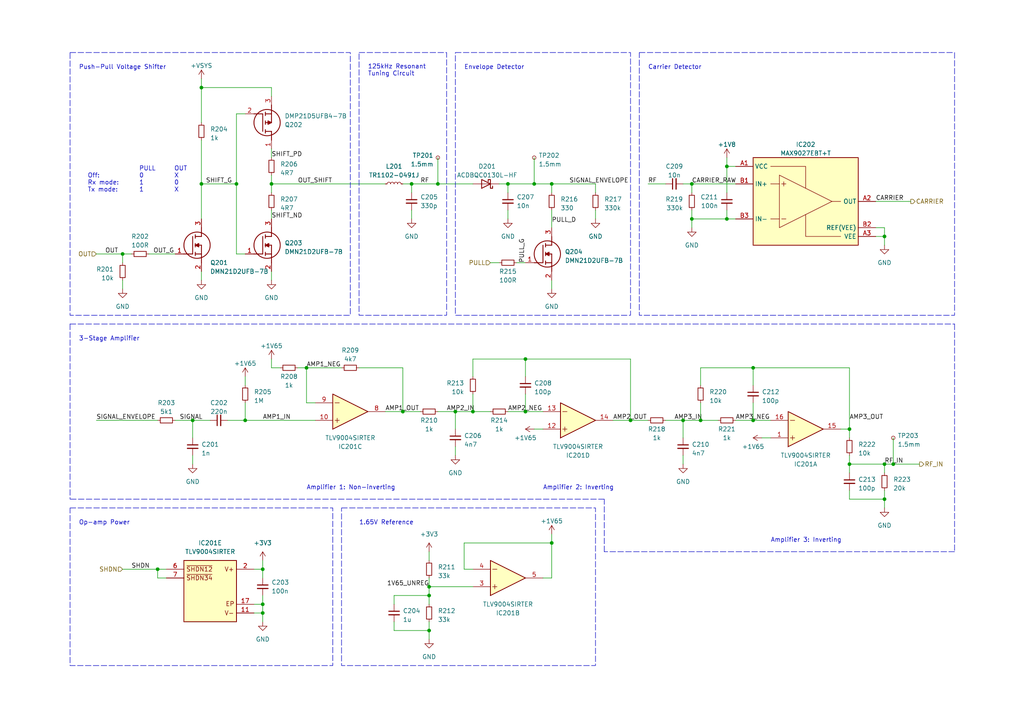
<source format=kicad_sch>
(kicad_sch (version 20230121) (generator eeschema)
  (paper "A4")
  (title_block (title "Watch RFID") (rev "2"))
  (lib_symbols
    (symbol "Connector:TestPoint_Small" (pin_numbers hide) (pin_names (offset 0.762) hide)
      (property "Reference" "TP" (at 0 3.81 0))
      (property "Value" "TestPoint_Small" (at 0 2.032 0))
      (symbol "TestPoint_Small_1_1"
        (pin passive line (at 0 0 90) (length 0) (name "1") (number "1"))
      )
    )
    (symbol "DMN21D2UFB-7B:DMN21D2UFB-7B" (pin_names hide)
      (property "Reference" "Q" (at 11.43 3.81 0))
      (property "Value" "DMN21D2UFB-7B" (at 11.43 1.27 0))
      (symbol "DMN21D2UFB-7B_1_1"
        (pin passive line (at 0 0 0) (length 2.54) (name "G") (number "1"))
        (pin passive line (at 7.62 -5.08 90) (length 2.54) (name "S") (number "2"))
        (pin passive line (at 7.62 10.16 270) (length 2.54) (name "D") (number "3"))
      )
    )
    (symbol "DMP21D5UFB4-7B:DMP21D5UFB4-7B" (pin_names hide)
      (property "Reference" "Q" (at 11.43 3.81 0))
      (property "Value" "DMP21D5UFB4-7B" (at 11.43 1.27 0))
      (symbol "DMP21D5UFB4-7B_1_1"
        (pin passive line (at 7.62 10.16 270) (length 2.54) (name "D") (number "1"))
        (pin passive line (at 0 0 0) (length 2.54) (name "G") (number "2"))
        (pin passive line (at 7.62 -5.08 90) (length 2.54) (name "S") (number "3"))
      )
    )
    (symbol "Device:C_Small" (pin_numbers hide) (pin_names (offset 0.254) hide)
      (property "Reference" "C" (at 0.254 1.778 0))
      (property "Value" "C_Small" (at 0.254 -2.032 0))
      (symbol "C_Small_1_1"
        (pin passive line (at 0 2.54 270) (length 2.032) (name "~") (number "1"))
        (pin passive line (at 0 -2.54 90) (length 2.032) (name "~") (number "2"))
      )
    )
    (symbol "Device:R_Small" (pin_numbers hide) (pin_names (offset 0.254) hide)
      (property "Reference" "R" (at 0.762 0.508 0))
      (property "Value" "R_Small" (at 0.762 -1.016 0))
      (symbol "R_Small_1_1"
        (pin passive line (at 0 2.54 270) (length 0.762) (name "~") (number "1"))
        (pin passive line (at 0 -2.54 90) (length 0.762) (name "~") (number "2"))
      )
    )
    (symbol "MAX9027EBT+T:MAX9027EBT+T"
      (property "Reference" "IC" (at 0 17.78 0))
      (property "Value" "MAX9027EBT+T" (at 0 15.24 0))
      (symbol "MAX9027EBT+T_1_1"
        (pin passive line (at -20.32 10.16 0) (length 5.08) (name "VCC") (number "A1"))
        (pin passive line (at 20.32 0 180) (length 5.08) (name "OUT") (number "A2"))
        (pin passive line (at 20.32 -10.16 180) (length 5.08) (name "VEE") (number "A3"))
        (pin passive line (at -20.32 5.08 0) (length 5.08) (name "IN+") (number "B1"))
        (pin passive line (at 20.32 -7.62 180) (length 5.08) (name "REF(VEE)") (number "B2"))
        (pin passive line (at -20.32 -5.08 0) (length 5.08) (name "IN-") (number "B3"))
      )
    )
    (symbol "TLV9004SIRTER:TLV9004SIRTER" (pin_names hide)
      (property "Reference" "IC" (at 0 10.16 0))
      (property "Value" "TLV9004SIRTER" (at 0 7.62 0))
      (symbol "TLV9004SIRTER_1_1"
        (pin passive line (at -10.16 2.54 0) (length 5.08) (name "IN1+") (number "1"))
        (pin passive line (at 10.16 0 180) (length 5.08) (name "OUT1") (number "15"))
        (pin passive line (at -10.16 -2.54 0) (length 5.08) (name "IN1-") (number "16"))
      )
      (symbol "TLV9004SIRTER_2_1"
        (pin passive line (at -10.16 2.54 0) (length 5.08) (name "IN2+") (number "3"))
        (pin passive line (at -10.16 -2.54 0) (length 5.08) (name "IN2-") (number "4"))
        (pin passive line (at 10.16 0 180) (length 5.08) (name "OUT2") (number "5"))
      )
      (symbol "TLV9004SIRTER_3_1"
        (pin passive line (at -10.16 2.54 0) (length 5.08) (name "IN3+") (number "10"))
        (pin passive line (at 10.16 0 180) (length 5.08) (name "OUT3") (number "8"))
        (pin passive line (at -10.16 -2.54 0) (length 5.08) (name "IN3-") (number "9"))
      )
      (symbol "TLV9004SIRTER_4_1"
        (pin passive line (at -10.16 2.54 0) (length 5.08) (name "IN4+") (number "12"))
        (pin passive line (at -10.16 -2.54 0) (length 5.08) (name "IN4-") (number "13"))
        (pin passive line (at 10.16 0 180) (length 5.08) (name "OUT4") (number "14"))
      )
      (symbol "TLV9004SIRTER_5_1"
        (text "EP" (at 7.073 -7.5004 0) (effects (font (size 1.27 1.27)) (justify right)))
        (text "V+" (at 6.985 2.54 0) (effects (font (size 1.27 1.27)) (justify right)))
        (text "V-" (at 6.985 -10.16 0) (effects (font (size 1.27 1.27)) (justify right)))
        (text "~{SHDN12}" (at -6.985 2.54 0) (effects (font (size 1.27 1.27)) (justify left)))
        (text "~{SHDN34}" (at -6.985 0 0) (effects (font (size 1.27 1.27)) (justify left)))
        (pin passive line (at 12.7 -10.16 180) (length 5.08) (name "V-") (number "11"))
        (pin passive line (at 12.7 -7.62 180) (length 5.08) (name "EP") (number "17"))
        (pin passive line (at 12.7 2.54 180) (length 5.08) (name "V+") (number "2"))
        (pin passive line (at -12.7 2.54 0) (length 5.08) (name "~{SHDN12}") (number "6"))
        (pin passive line (at -12.7 0 0) (length 5.08) (name "~{SHDN34}") (number "7"))
      )
    )
    (symbol "power:+1V8" (power) (pin_names (offset 0))
      (property "Value" "+1V8" (at 0 3.556 0))
      (symbol "+1V8_1_1"
        (pin power_in line (at 0 0 90) (length 0) hide (name "+1V8") (number "1"))
      )
    )
    (symbol "power:+3V3" (power) (pin_names (offset 0))
      (property "Value" "+3V3" (at 0 3.556 0))
      (symbol "+3V3_1_1"
        (pin power_in line (at 0 0 90) (length 0) hide (name "+3V3") (number "1"))
      )
    )
    (symbol "power:GND" (power) (pin_names (offset 0))
      (property "Value" "GND" (at 0 -3.81 0))
      (symbol "GND_1_1"
        (pin power_in line (at 0 0 270) (length 0) hide (name "GND") (number "1"))
      )
    )
    (symbol "watch_symbols_lib:+1V65" (power) (pin_names (offset 0))
      (property "Value" "+1V65" (at 0 3.556 0))
      (symbol "+1V65_1_1"
        (pin power_in line (at 0 0 90) (length 0) hide (name "+1V65") (number "1"))
      )
    )
    (symbol "watch_symbols_lib:+VSYS" (power) (pin_names (offset 0))
      (property "Value" "+VSYS" (at 0 3.556 0))
      (symbol "+VSYS_1_1"
        (pin power_in line (at 0 0 90) (length 0) hide (name "+VSYS") (number "1"))
      )
    )
    (symbol "watch_symbols_lib:ACDBQC0130L-HF" (pin_numbers hide) (pin_names (offset 1.016) hide)
      (property "Reference" "D" (at 0 2.54 0))
      (property "Value" "ACDBQC0130L-HF" (at 0 -2.54 0))
      (symbol "ACDBQC0130L-HF_1_1"
        (pin passive line (at -3.81 0 0) (length 2.54) (name "K") (number "1"))
        (pin passive line (at 3.81 0 180) (length 2.54) (name "A") (number "2"))
      )
    )
    (symbol "watch_symbols_lib:TR1102-0491J" (pin_numbers hide) (pin_names (offset 0.254) hide)
      (property "Reference" "L" (at 0.762 1.016 0))
      (property "Value" "TR1102-0491J" (at 0.762 -1.016 0))
      (symbol "TR1102-0491J_1_1"
        (pin passive line (at 0 2.54 270) (length 0.508) (name "~") (number "1"))
        (pin passive line (at 0 -2.54 90) (length 0.508) (name "~") (number "2"))
      )
    )
  )
  (junction (at 246.38 134.62))
  (junction (at 160.02 157.48))
  (junction (at 256.54 134.62))
  (junction (at 35.56 73.66))
  (junction (at 246.38 124.46))
  (junction (at 152.4 119.38))
  (junction (at 124.46 170.18))
  (junction (at 210.82 63.5))
  (junction (at 147.32 53.34))
  (junction (at 78.74 53.34))
  (junction (at 58.42 53.34))
  (junction (at 137.16 119.38))
  (junction (at 152.4 104.14))
  (junction (at 116.84 119.38))
  (junction (at 88.9 106.68))
  (junction (at 182.88 121.92))
  (junction (at 127 53.34))
  (junction (at 200.66 63.5))
  (junction (at 256.54 144.78))
  (junction (at 119.38 53.34))
  (junction (at 124.46 182.88))
  (junction (at 124.46 172.72))
  (junction (at 76.2 177.8))
  (junction (at 160.02 53.34))
  (junction (at 203.2 121.92))
  (junction (at 198.12 121.92))
  (junction (at 256.54 68.58))
  (junction (at 76.2 175.26))
  (junction (at 210.82 48.26))
  (junction (at 218.44 121.92))
  (junction (at 218.44 106.68))
  (junction (at 68.58 53.34))
  (junction (at 71.12 121.92))
  (junction (at 45.72 165.1))
  (junction (at 58.42 25.4))
  (junction (at 132.08 119.38))
  (junction (at 200.66 53.34))
  (junction (at 154.94 53.34))
  (junction (at 76.2 165.1))
  (junction (at 55.88 121.92))
  (junction (at 259.08 134.62))
  (wire (pts (xy 76.2 165.1) (xy 76.2 167.64)))
  (wire (pts (xy 119.38 63.5) (xy 119.38 60.96)))
  (wire (pts (xy 182.88 121.92) (xy 187.96 121.92)))
  (wire (pts (xy 142.24 76.2) (xy 144.78 76.2)))
  (wire (pts (xy 78.74 43.18) (xy 78.74 45.72)))
  (wire (pts (xy 58.42 53.34) (xy 58.42 63.5)))
  (wire (pts (xy 147.32 63.5) (xy 147.32 60.96)))
  (wire (pts (xy 119.38 53.34) (xy 127 53.34)))
  (wire (pts (xy 152.4 104.14) (xy 182.88 104.14)))
  (wire (pts (xy 43.18 73.66) (xy 50.8 73.66)))
  (wire (pts (xy 172.72 63.5) (xy 172.72 60.96)))
  (wire (pts (xy 116.84 119.38) (xy 121.92 119.38)))
  (wire (pts (xy 35.56 73.66) (xy 38.1 73.66)))
  (wire (pts (xy 137.16 165.1) (xy 134.62 165.1)))
  (wire (pts (xy 259.08 127) (xy 259.08 134.62)))
  (wire (pts (xy 254 66.04) (xy 256.54 66.04)))
  (wire (pts (xy 256.54 134.62) (xy 259.08 134.62)))
  (wire (pts (xy 218.44 106.68) (xy 246.38 106.68)))
  (wire (pts (xy 154.94 45.72) (xy 154.94 53.34)))
  (wire (pts (xy 200.66 63.5) (xy 210.82 63.5)))
  (wire (pts (xy 88.9 106.68) (xy 88.9 116.84)))
  (wire (pts (xy 71.12 121.92) (xy 91.44 121.92)))
  (wire (pts (xy 111.76 119.38) (xy 116.84 119.38)))
  (wire (pts (xy 147.32 53.34) (xy 147.32 55.88)))
  (wire (pts (xy 66.04 121.92) (xy 71.12 121.92)))
  (wire (pts (xy 160.02 55.88) (xy 160.02 53.34)))
  (wire (pts (xy 154.94 124.46) (xy 157.48 124.46)))
  (polyline (pts (xy 276.86 93.98) (xy 276.86 160.02)) (stroke (width 0) (type dash)))
  (wire (pts (xy 124.46 167.64) (xy 124.46 170.18)))
  (polyline (pts (xy 276.86 160.02) (xy 175.26 160.02)) (stroke (width 0) (type dash)))
  (wire (pts (xy 256.54 134.62) (xy 246.38 134.62)))
  (wire (pts (xy 48.26 167.64) (xy 45.72 167.64)))
  (wire (pts (xy 78.74 50.8) (xy 78.74 53.34)))
  (wire (pts (xy 134.62 165.1) (xy 134.62 157.48)))
  (wire (pts (xy 160.02 83.82) (xy 160.02 81.28)))
  (wire (pts (xy 154.94 53.34) (xy 160.02 53.34)))
  (wire (pts (xy 58.42 22.86) (xy 58.42 25.4)))
  (wire (pts (xy 76.2 175.26) (xy 76.2 177.8)))
  (wire (pts (xy 58.42 53.34) (xy 68.58 53.34)))
  (wire (pts (xy 256.54 144.78) (xy 256.54 142.24)))
  (wire (pts (xy 124.46 172.72) (xy 124.46 175.26)))
  (wire (pts (xy 55.88 121.92) (xy 60.96 121.92)))
  (wire (pts (xy 114.3 172.72) (xy 124.46 172.72)))
  (wire (pts (xy 152.4 119.38) (xy 157.48 119.38)))
  (wire (pts (xy 210.82 60.96) (xy 210.82 63.5)))
  (wire (pts (xy 177.8 121.92) (xy 182.88 121.92)))
  (wire (pts (xy 104.14 106.68) (xy 116.84 106.68)))
  (wire (pts (xy 55.88 132.08) (xy 55.88 134.62)))
  (wire (pts (xy 210.82 63.5) (xy 213.36 63.5)))
  (wire (pts (xy 76.2 172.72) (xy 76.2 175.26)))
  (wire (pts (xy 256.54 71.12) (xy 256.54 68.58)))
  (wire (pts (xy 157.48 167.64) (xy 160.02 167.64)))
  (wire (pts (xy 152.4 104.14) (xy 152.4 109.22)))
  (wire (pts (xy 137.16 119.38) (xy 137.16 114.3)))
  (wire (pts (xy 203.2 111.76) (xy 203.2 106.68)))
  (wire (pts (xy 142.24 119.38) (xy 137.16 119.38)))
  (wire (pts (xy 147.32 119.38) (xy 152.4 119.38)))
  (wire (pts (xy 116.84 119.38) (xy 116.84 106.68)))
  (wire (pts (xy 58.42 81.28) (xy 58.42 78.74)))
  (wire (pts (xy 198.12 53.34) (xy 200.66 53.34)))
  (wire (pts (xy 58.42 25.4) (xy 58.42 35.56)))
  (wire (pts (xy 27.94 121.92) (xy 45.72 121.92)))
  (wire (pts (xy 76.2 165.1) (xy 73.66 165.1)))
  (wire (pts (xy 114.3 175.26) (xy 114.3 172.72)))
  (wire (pts (xy 220.98 127) (xy 223.52 127)))
  (wire (pts (xy 198.12 132.08) (xy 198.12 134.62)))
  (wire (pts (xy 160.02 157.48) (xy 160.02 167.64)))
  (wire (pts (xy 154.94 53.34) (xy 147.32 53.34)))
  (wire (pts (xy 160.02 53.34) (xy 172.72 53.34)))
  (wire (pts (xy 27.94 73.66) (xy 35.56 73.66)))
  (wire (pts (xy 35.56 83.82) (xy 35.56 81.28)))
  (wire (pts (xy 76.2 162.56) (xy 76.2 165.1)))
  (wire (pts (xy 210.82 45.72) (xy 210.82 48.26)))
  (wire (pts (xy 124.46 170.18) (xy 124.46 172.72)))
  (wire (pts (xy 127 119.38) (xy 132.08 119.38)))
  (wire (pts (xy 124.46 180.34) (xy 124.46 182.88)))
  (wire (pts (xy 127 53.34) (xy 137.16 53.34)))
  (wire (pts (xy 246.38 132.08) (xy 246.38 134.62)))
  (wire (pts (xy 71.12 109.22) (xy 71.12 111.76)))
  (wire (pts (xy 35.56 76.2) (xy 35.56 73.66)))
  (wire (pts (xy 160.02 154.94) (xy 160.02 157.48)))
  (wire (pts (xy 73.66 175.26) (xy 76.2 175.26)))
  (wire (pts (xy 203.2 121.92) (xy 203.2 116.84)))
  (wire (pts (xy 78.74 104.14) (xy 78.74 106.68)))
  (polyline (pts (xy 175.26 160.02) (xy 175.26 144.78)) (stroke (width 0) (type dash)))
  (wire (pts (xy 132.08 129.54) (xy 132.08 132.08)))
  (wire (pts (xy 50.8 121.92) (xy 55.88 121.92)))
  (wire (pts (xy 78.74 106.68) (xy 81.28 106.68)))
  (wire (pts (xy 149.86 76.2) (xy 152.4 76.2)))
  (wire (pts (xy 256.54 144.78) (xy 256.54 147.32)))
  (wire (pts (xy 246.38 144.78) (xy 256.54 144.78)))
  (polyline (pts (xy 20.32 93.98) (xy 276.86 93.98)) (stroke (width 0) (type dash)))
  (polyline (pts (xy 20.32 93.98) (xy 20.32 144.78)) (stroke (width 0) (type dash)))
  (wire (pts (xy 203.2 121.92) (xy 208.28 121.92)))
  (wire (pts (xy 213.36 121.92) (xy 218.44 121.92)))
  (wire (pts (xy 88.9 116.84) (xy 91.44 116.84)))
  (wire (pts (xy 114.3 180.34) (xy 114.3 182.88)))
  (wire (pts (xy 218.44 121.92) (xy 218.44 116.84)))
  (wire (pts (xy 71.12 73.66) (xy 68.58 73.66)))
  (wire (pts (xy 200.66 66.04) (xy 200.66 63.5)))
  (wire (pts (xy 137.16 104.14) (xy 152.4 104.14)))
  (wire (pts (xy 78.74 53.34) (xy 78.74 55.88)))
  (wire (pts (xy 116.84 53.34) (xy 119.38 53.34)))
  (wire (pts (xy 144.78 53.34) (xy 147.32 53.34)))
  (wire (pts (xy 182.88 104.14) (xy 182.88 121.92)))
  (wire (pts (xy 68.58 73.66) (xy 68.58 53.34)))
  (wire (pts (xy 124.46 182.88) (xy 124.46 185.42)))
  (wire (pts (xy 172.72 55.88) (xy 172.72 53.34)))
  (wire (pts (xy 114.3 182.88) (xy 124.46 182.88)))
  (wire (pts (xy 68.58 53.34) (xy 68.58 33.02)))
  (wire (pts (xy 152.4 119.38) (xy 152.4 114.3)))
  (wire (pts (xy 203.2 106.68) (xy 218.44 106.68)))
  (wire (pts (xy 127 45.72) (xy 127 53.34)))
  (wire (pts (xy 35.56 165.1) (xy 45.72 165.1)))
  (wire (pts (xy 256.54 68.58) (xy 254 68.58)))
  (wire (pts (xy 256.54 137.16) (xy 256.54 134.62)))
  (wire (pts (xy 124.46 170.18) (xy 137.16 170.18)))
  (wire (pts (xy 55.88 121.92) (xy 55.88 127)))
  (wire (pts (xy 134.62 157.48) (xy 160.02 157.48)))
  (wire (pts (xy 132.08 119.38) (xy 132.08 124.46)))
  (wire (pts (xy 86.36 106.68) (xy 88.9 106.68)))
  (wire (pts (xy 73.66 177.8) (xy 76.2 177.8)))
  (wire (pts (xy 246.38 106.68) (xy 246.38 124.46)))
  (wire (pts (xy 45.72 167.64) (xy 45.72 165.1)))
  (wire (pts (xy 187.96 53.34) (xy 193.04 53.34)))
  (wire (pts (xy 193.04 121.92) (xy 198.12 121.92)))
  (wire (pts (xy 58.42 40.64) (xy 58.42 53.34)))
  (wire (pts (xy 124.46 160.02) (xy 124.46 162.56)))
  (wire (pts (xy 200.66 55.88) (xy 200.66 53.34)))
  (wire (pts (xy 246.38 142.24) (xy 246.38 144.78)))
  (wire (pts (xy 78.74 81.28) (xy 78.74 78.74)))
  (wire (pts (xy 78.74 27.94) (xy 78.74 25.4)))
  (wire (pts (xy 78.74 60.96) (xy 78.74 63.5)))
  (wire (pts (xy 198.12 121.92) (xy 203.2 121.92)))
  (wire (pts (xy 78.74 53.34) (xy 111.76 53.34)))
  (wire (pts (xy 137.16 109.22) (xy 137.16 104.14)))
  (wire (pts (xy 200.66 60.96) (xy 200.66 63.5)))
  (wire (pts (xy 68.58 33.02) (xy 71.12 33.02)))
  (wire (pts (xy 246.38 134.62) (xy 246.38 137.16)))
  (wire (pts (xy 198.12 121.92) (xy 198.12 127)))
  (wire (pts (xy 132.08 119.38) (xy 137.16 119.38)))
  (polyline (pts (xy 175.26 144.78) (xy 20.32 144.78)) (stroke (width 0) (type dash)))
  (wire (pts (xy 99.06 106.68) (xy 88.9 106.68)))
  (wire (pts (xy 256.54 66.04) (xy 256.54 68.58)))
  (wire (pts (xy 76.2 177.8) (xy 76.2 180.34)))
  (wire (pts (xy 218.44 121.92) (xy 223.52 121.92)))
  (wire (pts (xy 210.82 48.26) (xy 210.82 55.88)))
  (wire (pts (xy 160.02 60.96) (xy 160.02 66.04)))
  (wire (pts (xy 254 58.42) (xy 264.16 58.42)))
  (wire (pts (xy 243.84 124.46) (xy 246.38 124.46)))
  (wire (pts (xy 45.72 165.1) (xy 48.26 165.1)))
  (wire (pts (xy 58.42 25.4) (xy 78.74 25.4)))
  (wire (pts (xy 259.08 134.62) (xy 266.7 134.62)))
  (wire (pts (xy 71.12 116.84) (xy 71.12 121.92)))
  (wire (pts (xy 246.38 124.46) (xy 246.38 127)))
  (wire (pts (xy 200.66 53.34) (xy 213.36 53.34)))
  (wire (pts (xy 218.44 106.68) (xy 218.44 111.76)))
  (wire (pts (xy 210.82 48.26) (xy 213.36 48.26)))
  (wire (pts (xy 119.38 53.34) (xy 119.38 55.88)))
  (rectangle (start 132.08 15.24) (end 182.88 91.44) (stroke (width 0) (type dash)))
  (rectangle (start 104.14 15.24) (end 129.54 91.44) (stroke (width 0) (type dash)))
  (rectangle (start 185.42 15.24) (end 276.86 91.44) (stroke (width 0) (type dash)))
  (rectangle (start 20.32 15.24) (end 101.6 91.44) (stroke (width 0) (type dash)))
  (rectangle (start 20.32 147.32) (end 96.52 193.04) (stroke (width 0) (type dash)))
  (rectangle (start 99.06 147.32) (end 172.72 193.04) (stroke (width 0) (type dash)))
  (text "Amplifier 3: Inverting" (at 223.52 157.48 0) (effects (font (size 1.27 1.27)) (justify left bottom)))
  (text "Carrier Detector" (at 187.96 20.32 0) (effects (font (size 1.27 1.27)) (justify left bottom)))
  (text "Op-amp Power" (at 22.86 152.4 0) (effects (font (size 1.27 1.27)) (justify left bottom)))
  (text "Push-Pull Voltage Shifter" (at 22.86 20.32 0) (effects (font (size 1.27 1.27)) (justify left bottom)))
  (text "3-Stage Amplifier" (at 22.86 99.06 0) (effects (font (size 1.27 1.27)) (justify left bottom)))
  (text "Amplifier 1: Non-inverting" (at 88.9 142.24 0) (effects (font (size 1.27 1.27)) (justify left bottom)))
  (text "125kHz Resonant\nTuning Circuit" (at 106.68 22.225 0) (effects (font (size 1.27 1.27)) (justify left bottom)))
  (text "Envelope Detector" (at 134.62 20.32 0) (effects (font (size 1.27 1.27)) (justify left bottom)))
  (text "Amplifier 2: Inverting" (at 157.48 142.24 0) (effects (font (size 1.27 1.27)) (justify left bottom)))
  (text "			PULL	OUT\nOff:		0		X		\nRx mode: 	1		0\nTx mode:	1		X" (at 25.4 55.88 0) (effects (font (size 1.27 1.27)) (justify left bottom)))
  (text "1.65V Reference" (at 104.14 152.4 0) (effects (font (size 1.27 1.27)) (justify left bottom)))
  (label "CARRIER" (at 254 58.42 0))
  (label "1V65_UNREG" (at 124.46 170.18 180))
  (label "AMP3_OUT" (at 246.38 121.92 0))
  (label "AMP3_IN" (at 195.58 121.92 0))
  (label "AMP2_NEG" (at 147.32 119.38 0))
  (label "SHIFT_G" (at 59.69 53.34 0))
  (label "AMP3_NEG" (at 213.36 121.92 0))
  (label "SHDN" (at 38.1 165.1 0))
  (label "RF" (at 187.96 53.34 0))
  (label "OUT_SHIFT" (at 86.36 53.34 0))
  (label "AMP1_IN" (at 76.2 121.92 0))
  (label "SIGNAL" (at 52.07 121.92 0))
  (label "CARRIER_RAW" (at 200.66 53.34 0))
  (label "PULL_D" (at 160.02 64.77 0))
  (label "SHIFT_ND" (at 78.74 63.5 0))
  (label "SIGNAL_ENVELOPE" (at 165.1 53.34 0))
  (label "AMP1_NEG" (at 88.9 106.68 0))
  (label "AMP2_OUT" (at 177.8 121.92 0))
  (label "PULL_G" (at 152.4 76.2 90))
  (label "SHIFT_PD" (at 78.74 45.72 0))
  (label "AMP2_IN" (at 129.54 119.38 0))
  (label "RF_IN" (at 256.54 134.62 0))
  (label "OUT" (at 30.48 73.66 0))
  (label "SIGNAL_ENVELOPE" (at 27.94 121.92 0))
  (label "OUT_G" (at 44.45 73.66 0))
  (label "RF" (at 121.92 53.34 0))
  (label "AMP1_OUT" (at 111.76 119.38 0))
  (hierarchical_label "CARRIER" (shape output) (at 264.16 58.42 0))
  (hierarchical_label "SHDN" (shape input) (at 35.56 165.1 180))
  (hierarchical_label "RF_IN" (shape output) (at 266.7 134.62 0))
  (hierarchical_label "PULL" (shape input) (at 142.24 76.2 180))
  (hierarchical_label "OUT" (shape input) (at 27.94 73.66 180))
  (symbol (lib_id "DMN21D2UFB-7B:DMN21D2UFB-7B") (at 152.4 76.2 0) (unit 1)
    (property "Reference" "Q204" (at 163.83 73.025 0) (effects (justify left)))
    (property "Value" "DMN21D2UFB-7B" (at 163.83 75.565 0) (effects (justify left)))
    (property "Footprint" "watch_footprints:DMN21D2UFB7B" (effects hide))
    (property "Datasheet" "https://componentsearchengine.com/Datasheets/1/DMN21D2UFB-7B.pdf" (effects hide))
    (property "Height" "0.53" (effects hide))
    (property "Mouser Part Number" "621-DMN21D2UFB-7B" (effects hide))
    (property "Manufacturer_Name" "Diodes Incorporated" (effects hide))
    (property "Manufacturer_Part_Number" "DMN21D2UFB-7B" (effects hide))
    (instances (project "rfid_module" (path "" (reference "Q204") (unit 1))) (project "watch_main" (path "" (reference "Q1704") (unit 1))))
  )
  (symbol (lib_id "Connector:TestPoint_Small") (at 259.08 127 0) (unit 1)
    (property "Reference" "TP203" (at 260.35 126.365 0) (effects (justify left)))
    (property "Value" "1.5mm" (at 260.35 128.905 0) (effects (justify left)))
    (property "Footprint" "TestPoint:TestPoint_Pad_D1.5mm" (effects hide))
    (instances (project "rfid_module" (path "" (reference "TP203") (unit 1))) (project "watch_main" (path "" (reference "TP804") (unit 1)) (path "" (reference "TP1703") (unit 1))))
  )
  (symbol (lib_id "power:GND") (at 119.38 63.5 0) (unit 1)
    (property "Reference" "#PWR0210" (effects hide))
    (property "Value" "GND" (at 119.38 68.58 0))
    (instances (project "rfid_module" (path "" (reference "#PWR0210") (unit 1))) (project "watch_main" (path "" (reference "#PWR01710") (unit 1))))
  )
  (symbol (lib_id "power:GND") (at 256.54 147.32 0) (unit 1)
    (property "Reference" "#PWR0224" (effects hide))
    (property "Value" "GND" (at 256.54 152.4 0))
    (instances (project "rfid_module" (path "" (reference "#PWR0224") (unit 1))) (project "watch_main" (path "" (reference "#PWR01724") (unit 1))))
  )
  (symbol (lib_id "Device:R_Small") (at 48.26 121.92 90) (unit 1)
    (property "Reference" "R203" (at 48.26 116.84 90))
    (property "Value" "5k1" (at 48.26 119.38 90))
    (property "Footprint" "Resistor_SMD:R_0402_1005Metric" (effects hide))
    (instances (project "rfid_module" (path "" (reference "R203") (unit 1))) (project "watch_main" (path "" (reference "R1703") (unit 1))))
  )
  (symbol (lib_id "DMN21D2UFB-7B:DMN21D2UFB-7B") (at 50.8 73.66 0) (unit 1)
    (property "Reference" "Q201" (at 60.96 76.2 0) (effects (justify left)))
    (property "Value" "DMN21D2UFB-7B" (at 60.96 78.74 0) (effects (justify left)))
    (property "Footprint" "watch_footprints:DMN21D2UFB7B" (effects hide))
    (property "Datasheet" "https://componentsearchengine.com/Datasheets/1/DMN21D2UFB-7B.pdf" (effects hide))
    (property "Height" "0.53" (effects hide))
    (property "Mouser Part Number" "621-DMN21D2UFB-7B" (effects hide))
    (property "Manufacturer_Name" "Diodes Incorporated" (effects hide))
    (property "Manufacturer_Part_Number" "DMN21D2UFB-7B" (effects hide))
    (instances (project "rfid_module" (path "" (reference "Q201") (unit 1))) (project "watch_main" (path "" (reference "Q1701") (unit 1))))
  )
  (symbol (lib_id "Device:C_Small") (at 198.12 129.54 0) (unit 1)
    (property "Reference" "C210" (at 200.66 128.9113 0) (effects (justify left)))
    (property "Value" "4n7" (at 200.66 131.4513 0) (effects (justify left)))
    (property "Footprint" "Capacitor_SMD:C_0402_1005Metric" (effects hide))
    (instances (project "rfid_module" (path "" (reference "C210") (unit 1))) (project "watch_main" (path "" (reference "C1710") (unit 1))))
  )
  (symbol (lib_id "Device:R_Small") (at 160.02 58.42 180) (unit 1)
    (property "Reference" "R216" (at 162.56 57.785 0) (effects (justify right)))
    (property "Value" "330" (at 162.56 60.325 0) (effects (justify right)))
    (property "Footprint" "Resistor_SMD:R_0402_1005Metric" (effects hide))
    (instances (project "rfid_module" (path "" (reference "R216") (unit 1))) (project "watch_main" (path "" (reference "R1716") (unit 1))))
  )
  (symbol (lib_id "DMN21D2UFB-7B:DMN21D2UFB-7B") (at 71.12 73.66 0) (unit 1)
    (property "Reference" "Q203" (at 82.55 70.485 0) (effects (justify left)))
    (property "Value" "DMN21D2UFB-7B" (at 82.55 73.025 0) (effects (justify left)))
    (property "Footprint" "watch_footprints:DMN21D2UFB7B" (effects hide))
    (property "Datasheet" "https://componentsearchengine.com/Datasheets/1/DMN21D2UFB-7B.pdf" (effects hide))
    (property "Height" "0.53" (effects hide))
    (property "Mouser Part Number" "621-DMN21D2UFB-7B" (effects hide))
    (property "Manufacturer_Name" "Diodes Incorporated" (effects hide))
    (property "Manufacturer_Part_Number" "DMN21D2UFB-7B" (effects hide))
    (instances (project "rfid_module" (path "" (reference "Q203") (unit 1))) (project "watch_main" (path "" (reference "Q1703") (unit 1))))
  )
  (symbol (lib_id "Device:R_Small") (at 35.56 78.74 0) (mirror x) (unit 1)
    (property "Reference" "R201" (at 33.02 78.105 0) (effects (justify right)))
    (property "Value" "10k" (at 33.02 80.645 0) (effects (justify right)))
    (property "Footprint" "Resistor_SMD:R_0402_1005Metric" (effects hide))
    (instances (project "rfid_module" (path "" (reference "R201") (unit 1))) (project "watch_main" (path "" (reference "R1701") (unit 1))))
  )
  (symbol (lib_id "watch_symbols_lib:+1V65") (at 160.02 154.94 0) (unit 1)
    (property "Reference" "#PWR0217" (effects hide))
    (property "Value" "+1V65" (at 160.02 151.13 0))
    (instances (project "rfid_module" (path "" (reference "#PWR0217") (unit 1))) (project "watch_main" (path "" (reference "#PWR01717") (unit 1))))
  )
  (symbol (lib_id "Device:C_Small") (at 76.2 170.18 0) (unit 1)
    (property "Reference" "C203" (at 78.74 168.9163 0) (effects (justify left)))
    (property "Value" "100n" (at 78.74 171.4563 0) (effects (justify left)))
    (property "Footprint" "Capacitor_SMD:C_0402_1005Metric" (effects hide))
    (instances (project "rfid_module" (path "" (reference "C203") (unit 1))) (project "watch_main" (path "" (reference "C1703") (unit 1))))
  )
  (symbol (lib_id "Device:C_Small") (at 218.44 114.3 0) (unit 1)
    (property "Reference" "C212" (at 220.98 113.6713 0) (effects (justify left)))
    (property "Value" "100p" (at 220.98 116.2113 0) (effects (justify left)))
    (property "Footprint" "Capacitor_SMD:C_0402_1005Metric" (effects hide))
    (instances (project "rfid_module" (path "" (reference "C212") (unit 1))) (project "watch_main" (path "" (reference "C1712") (unit 1))))
  )
  (symbol (lib_id "power:+3V3") (at 124.46 160.02 0) (unit 1)
    (property "Reference" "#PWR0211" (effects hide))
    (property "Value" "+3V3" (at 124.46 154.94 0))
    (instances (project "rfid_module" (path "" (reference "#PWR0211") (unit 1))) (project "watch_main" (path "" (reference "#PWR0226") (unit 1)) (path "" (reference "#PWR01711") (unit 1))))
  )
  (symbol (lib_id "power:GND") (at 147.32 63.5 0) (unit 1)
    (property "Reference" "#PWR0214" (effects hide))
    (property "Value" "GND" (at 147.32 68.58 0))
    (instances (project "rfid_module" (path "" (reference "#PWR0214") (unit 1))) (project "watch_main" (path "" (reference "#PWR01714") (unit 1))))
  )
  (symbol (lib_id "power:GND") (at 58.42 81.28 0) (unit 1)
    (property "Reference" "#PWR0204" (effects hide))
    (property "Value" "GND" (at 58.42 86.36 0))
    (instances (project "rfid_module" (path "" (reference "#PWR0204") (unit 1))) (project "watch_main" (path "" (reference "#PWR01704") (unit 1))))
  )
  (symbol (lib_id "Device:R_Small") (at 147.32 76.2 90) (mirror x) (unit 1)
    (property "Reference" "R215" (at 147.32 78.74 90))
    (property "Value" "100R" (at 147.32 81.28 90))
    (property "Footprint" "Resistor_SMD:R_0402_1005Metric" (effects hide))
    (instances (project "rfid_module" (path "" (reference "R215") (unit 1))) (project "watch_main" (path "" (reference "R1715") (unit 1))))
  )
  (symbol (lib_id "Device:R_Small") (at 40.64 73.66 90) (unit 1)
    (property "Reference" "R202" (at 40.64 68.58 90))
    (property "Value" "100R" (at 40.64 71.12 90))
    (property "Footprint" "Resistor_SMD:R_0402_1005Metric" (effects hide))
    (instances (project "rfid_module" (path "" (reference "R202") (unit 1))) (project "watch_main" (path "" (reference "R1702") (unit 1))))
  )
  (symbol (lib_id "Device:R_Small") (at 83.82 106.68 90) (mirror x) (unit 1)
    (property "Reference" "R208" (at 83.82 109.22 90))
    (property "Value" "1k" (at 83.82 111.76 90))
    (property "Footprint" "Resistor_SMD:R_0402_1005Metric" (effects hide))
    (instances (project "rfid_module" (path "" (reference "R208") (unit 1))) (project "watch_main" (path "" (reference "R1708") (unit 1))))
  )
  (symbol (lib_id "Device:R_Small") (at 256.54 139.7 0) (unit 1)
    (property "Reference" "R223" (at 259.08 139.065 0) (effects (justify left)))
    (property "Value" "20k" (at 259.08 141.605 0) (effects (justify left)))
    (property "Footprint" "Resistor_SMD:R_0402_1005Metric" (effects hide))
    (instances (project "rfid_module" (path "" (reference "R223") (unit 1))) (project "watch_main" (path "" (reference "R1723") (unit 1))))
  )
  (symbol (lib_id "Device:C_Small") (at 63.5 121.92 90) (unit 1)
    (property "Reference" "C202" (at 63.5063 116.84 90))
    (property "Value" "220n" (at 63.5063 119.38 90))
    (property "Footprint" "Capacitor_SMD:C_0402_1005Metric" (effects hide))
    (instances (project "rfid_module" (path "" (reference "C202") (unit 1))) (project "watch_main" (path "" (reference "C1702") (unit 1))))
  )
  (symbol (lib_id "Device:C_Small") (at 152.4 111.76 0) (unit 1)
    (property "Reference" "C208" (at 154.94 111.1313 0) (effects (justify left)))
    (property "Value" "100p" (at 154.94 113.6713 0) (effects (justify left)))
    (property "Footprint" "Capacitor_SMD:C_0402_1005Metric" (effects hide))
    (instances (project "rfid_module" (path "" (reference "C208") (unit 1))) (project "watch_main" (path "" (reference "C1708") (unit 1))))
  )
  (symbol (lib_id "Device:C_Small") (at 132.08 127 0) (unit 1)
    (property "Reference" "C206" (at 134.62 126.3713 0) (effects (justify left)))
    (property "Value" "4n7" (at 134.62 128.9113 0) (effects (justify left)))
    (property "Footprint" "Capacitor_SMD:C_0402_1005Metric" (effects hide))
    (instances (project "rfid_module" (path "" (reference "C206") (unit 1))) (project "watch_main" (path "" (reference "C1706") (unit 1))))
  )
  (symbol (lib_id "Device:R_Small") (at 144.78 119.38 90) (unit 1)
    (property "Reference" "R214" (at 144.78 121.92 90))
    (property "Value" "1k" (at 144.78 124.46 90))
    (property "Footprint" "Resistor_SMD:R_0402_1005Metric" (effects hide))
    (instances (project "rfid_module" (path "" (reference "R214") (unit 1))) (project "watch_main" (path "" (reference "R1714") (unit 1))))
  )
  (symbol (lib_id "Device:C_Small") (at 210.82 58.42 0) (mirror y) (unit 1)
    (property "Reference" "C211" (at 208.28 57.1563 0) (effects (justify left)))
    (property "Value" "100n" (at 208.28 59.6963 0) (effects (justify left)))
    (property "Footprint" "Capacitor_SMD:C_0402_1005Metric" (effects hide))
    (instances (project "rfid_module" (path "" (reference "C211") (unit 1))) (project "watch_main" (path "" (reference "C1711") (unit 1))))
  )
  (symbol (lib_id "Device:R_Small") (at 71.12 114.3 180) (unit 1)
    (property "Reference" "R205" (at 73.66 113.665 0) (effects (justify right)))
    (property "Value" "1M" (at 73.66 116.205 0) (effects (justify right)))
    (property "Footprint" "Resistor_SMD:R_0402_1005Metric" (effects hide))
    (instances (project "rfid_module" (path "" (reference "R205") (unit 1))) (project "watch_main" (path "" (reference "R1705") (unit 1))))
  )
  (symbol (lib_id "power:GND") (at 35.56 83.82 0) (unit 1)
    (property "Reference" "#PWR0201" (effects hide))
    (property "Value" "GND" (at 35.56 88.9 0))
    (instances (project "rfid_module" (path "" (reference "#PWR0201") (unit 1))) (project "watch_main" (path "" (reference "#PWR01701") (unit 1))))
  )
  (symbol (lib_id "Device:R_Small") (at 58.42 38.1 180) (unit 1)
    (property "Reference" "R204" (at 60.96 37.465 0) (effects (justify right)))
    (property "Value" "1k" (at 60.96 40.005 0) (effects (justify right)))
    (property "Footprint" "Resistor_SMD:R_0402_1005Metric" (effects hide))
    (instances (project "rfid_module" (path "" (reference "R204") (unit 1))) (project "watch_main" (path "" (reference "R1704") (unit 1))))
  )
  (symbol (lib_id "Connector:TestPoint_Small") (at 127 45.72 0) (mirror y) (unit 1)
    (property "Reference" "TP201" (at 125.73 45.085 0) (effects (justify left)))
    (property "Value" "1.5mm" (at 125.73 47.625 0) (effects (justify left)))
    (property "Footprint" "TestPoint:TestPoint_Pad_D1.5mm" (effects hide))
    (instances (project "rfid_module" (path "" (reference "TP201") (unit 1))) (project "watch_main" (path "" (reference "TP804") (unit 1)) (path "" (reference "TP1702") (unit 1))))
  )
  (symbol (lib_id "Device:R_Small") (at 172.72 58.42 180) (unit 1)
    (property "Reference" "R217" (at 175.26 57.785 0) (effects (justify right)))
    (property "Value" "330k" (at 175.26 60.325 0) (effects (justify right)))
    (property "Footprint" "Resistor_SMD:R_0402_1005Metric" (effects hide))
    (instances (project "rfid_module" (path "" (reference "R217") (unit 1))) (project "watch_main" (path "" (reference "R1717") (unit 1))))
  )
  (symbol (lib_id "Device:R_Small") (at 101.6 106.68 90) (unit 1)
    (property "Reference" "R209" (at 101.6 101.6 90))
    (property "Value" "4k7" (at 101.6 104.14 90))
    (property "Footprint" "Resistor_SMD:R_0402_1005Metric" (effects hide))
    (instances (project "rfid_module" (path "" (reference "R209") (unit 1))) (project "watch_main" (path "" (reference "R1709") (unit 1))))
  )
  (symbol (lib_id "Device:R_Small") (at 124.46 119.38 90) (mirror x) (unit 1)
    (property "Reference" "R210" (at 124.46 121.92 90))
    (property "Value" "1k" (at 124.46 124.46 90))
    (property "Footprint" "Resistor_SMD:R_0402_1005Metric" (effects hide))
    (instances (project "rfid_module" (path "" (reference "R210") (unit 1))) (project "watch_main" (path "" (reference "R1710") (unit 1))))
  )
  (symbol (lib_id "Device:R_Small") (at 137.16 111.76 0) (mirror y) (unit 1)
    (property "Reference" "R213" (at 134.62 111.125 0) (effects (justify left)))
    (property "Value" "10k" (at 134.62 113.665 0) (effects (justify left)))
    (property "Footprint" "Resistor_SMD:R_0402_1005Metric" (effects hide))
    (instances (project "rfid_module" (path "" (reference "R213") (unit 1))) (project "watch_main" (path "" (reference "R1713") (unit 1))))
  )
  (symbol (lib_id "Connector:TestPoint_Small") (at 154.94 45.72 0) (unit 1)
    (property "Reference" "TP202" (at 156.21 45.085 0) (effects (justify left)))
    (property "Value" "1.5mm" (at 156.21 47.625 0) (effects (justify left)))
    (property "Footprint" "TestPoint:TestPoint_Pad_D1.5mm" (effects hide))
    (instances (project "rfid_module" (path "" (reference "TP202") (unit 1))) (project "watch_main" (path "" (reference "TP804") (unit 1)) (path "" (reference "TP1701") (unit 1))))
  )
  (symbol (lib_id "Device:R_Small") (at 210.82 121.92 90) (unit 1)
    (property "Reference" "R221" (at 210.82 124.46 90))
    (property "Value" "1k" (at 210.82 127 90))
    (property "Footprint" "Resistor_SMD:R_0402_1005Metric" (effects hide))
    (instances (project "rfid_module" (path "" (reference "R221") (unit 1))) (project "watch_main" (path "" (reference "R1721") (unit 1))))
  )
  (symbol (lib_id "Device:R_Small") (at 203.2 114.3 0) (unit 1)
    (property "Reference" "R220" (at 205.74 113.665 0) (effects (justify left)))
    (property "Value" "10k" (at 205.74 116.205 0) (effects (justify left)))
    (property "Footprint" "Resistor_SMD:R_0402_1005Metric" (effects hide))
    (instances (project "rfid_module" (path "" (reference "R220") (unit 1))) (project "watch_main" (path "" (reference "R1720") (unit 1))))
  )
  (symbol (lib_id "power:GND") (at 160.02 83.82 0) (unit 1)
    (property "Reference" "#PWR0216" (effects hide))
    (property "Value" "GND" (at 160.02 88.9 0))
    (instances (project "rfid_module" (path "" (reference "#PWR0216") (unit 1))) (project "watch_main" (path "" (reference "#PWR01716") (unit 1))))
  )
  (symbol (lib_id "watch_symbols_lib:+1V65") (at 78.74 104.14 0) (unit 1)
    (property "Reference" "#PWR0209" (effects hide))
    (property "Value" "+1V65" (at 78.74 100.33 0))
    (instances (project "rfid_module" (path "" (reference "#PWR0209") (unit 1))) (project "watch_main" (path "" (reference "#PWR01709") (unit 1))))
  )
  (symbol (lib_id "Device:C_Small") (at 114.3 177.8 0) (unit 1)
    (property "Reference" "C204" (at 116.84 177.1713 0) (effects (justify left)))
    (property "Value" "1u" (at 116.84 179.7113 0) (effects (justify left)))
    (property "Footprint" "Capacitor_SMD:C_0402_1005Metric" (effects hide))
    (instances (project "rfid_module" (path "" (reference "C204") (unit 1))) (project "watch_main" (path "" (reference "C1704") (unit 1))))
  )
  (symbol (lib_id "Device:R_Small") (at 78.74 58.42 180) (unit 1)
    (property "Reference" "R207" (at 81.28 57.785 0) (effects (justify right)))
    (property "Value" "4R7" (at 81.28 60.325 0) (effects (justify right)))
    (property "Footprint" "Resistor_SMD:R_0402_1005Metric" (effects hide))
    (instances (project "rfid_module" (path "" (reference "R207") (unit 1))) (project "watch_main" (path "" (reference "R1707") (unit 1))))
  )
  (symbol (lib_id "power:GND") (at 76.2 180.34 0) (unit 1)
    (property "Reference" "#PWR0207" (effects hide))
    (property "Value" "GND" (at 76.2 185.42 0))
    (instances (project "rfid_module" (path "" (reference "#PWR0207") (unit 1))) (project "watch_main" (path "" (reference "#PWR01707") (unit 1))))
  )
  (symbol (lib_id "Device:R_Small") (at 78.74 48.26 180) (unit 1)
    (property "Reference" "R206" (at 81.28 47.625 0) (effects (justify right)))
    (property "Value" "4R7" (at 81.28 50.165 0) (effects (justify right)))
    (property "Footprint" "Resistor_SMD:R_0402_1005Metric" (effects hide))
    (instances (project "rfid_module" (path "" (reference "R206") (unit 1))) (project "watch_main" (path "" (reference "R1706") (unit 1))))
  )
  (symbol (lib_id "TLV9004SIRTER:TLV9004SIRTER") (at 101.6 119.38 0) (mirror x) (unit 3)
    (property "Reference" "IC201" (at 101.6 129.54 0))
    (property "Value" "TLV9004SIRTER" (at 101.6 127 0))
    (property "Footprint" "watch_footprints:QFN50P300X300X80-17N-D" (effects hide))
    (property "Datasheet" "http://www.ti.com/lit/gpn/tlv9004" (effects hide))
    (property "Height" "0.8" (effects hide))
    (property "Mouser Part Number" "595-TLV9004SIRTER" (effects hide))
    (property "Mouser Price/Stock" "https://www.mouser.co.uk/ProductDetail/Texas-Instruments/TLV9004SIRTER?qs=byeeYqUIh0P0b6lIyMN1Wg%3D%3D" (effects hide))
    (property "Manufacturer_Name" "Texas Instruments" (effects hide))
    (property "Manufacturer_Part_Number" "TLV9004SIRTER" (effects hide))
    (instances (project "rfid_module" (path "" (reference "IC201") (unit 3))) (project "watch_main" (path "" (reference "IC1701") (unit 3))))
  )
  (symbol (lib_id "power:GND") (at 172.72 63.5 0) (unit 1)
    (property "Reference" "#PWR0218" (effects hide))
    (property "Value" "GND" (at 172.72 68.58 0))
    (instances (project "rfid_module" (path "" (reference "#PWR0218") (unit 1))) (project "watch_main" (path "" (reference "#PWR01718") (unit 1))))
  )
  (symbol (lib_id "power:GND") (at 124.46 185.42 0) (unit 1)
    (property "Reference" "#PWR0212" (effects hide))
    (property "Value" "GND" (at 124.46 190.5 0))
    (instances (project "rfid_module" (path "" (reference "#PWR0212") (unit 1))) (project "watch_main" (path "" (reference "#PWR01712") (unit 1))))
  )
  (symbol (lib_id "Device:R_Small") (at 246.38 129.54 0) (unit 1)
    (property "Reference" "R222" (at 248.92 128.905 0) (effects (justify left)))
    (property "Value" "10k" (at 248.92 131.445 0) (effects (justify left)))
    (property "Footprint" "Resistor_SMD:R_0402_1005Metric" (effects hide))
    (instances (project "rfid_module" (path "" (reference "R222") (unit 1))) (project "watch_main" (path "" (reference "R1722") (unit 1))))
  )
  (symbol (lib_id "power:GND") (at 78.74 81.28 0) (unit 1)
    (property "Reference" "#PWR0208" (effects hide))
    (property "Value" "GND" (at 78.74 86.36 0))
    (instances (project "rfid_module" (path "" (reference "#PWR0208") (unit 1))) (project "watch_main" (path "" (reference "#PWR01708") (unit 1))))
  )
  (symbol (lib_id "power:+3V3") (at 76.2 162.56 0) (unit 1)
    (property "Reference" "#PWR0206" (effects hide))
    (property "Value" "+3V3" (at 76.2 157.48 0))
    (instances (project "rfid_module" (path "" (reference "#PWR0206") (unit 1))) (project "watch_main" (path "" (reference "#PWR0226") (unit 1)) (path "" (reference "#PWR01706") (unit 1))))
  )
  (symbol (lib_id "watch_symbols_lib:TR1102-0491J") (at 114.3 53.34 90) (unit 1)
    (property "Reference" "L201" (at 114.3 48.26 90))
    (property "Value" "TR1102-0491J" (at 114.3 50.8 90))
    (property "Footprint" "watch_footprints:TR1102-0491J" (effects hide))
    (instances (project "rfid_module" (path "" (reference "L201") (unit 1))) (project "watch_main" (path "" (reference "L1701") (unit 1))))
  )
  (symbol (lib_id "power:GND") (at 200.66 66.04 0) (unit 1)
    (property "Reference" "#PWR0220" (effects hide))
    (property "Value" "GND" (at 200.66 71.12 0))
    (instances (project "rfid_module" (path "" (reference "#PWR0220") (unit 1))) (project "watch_main" (path "" (reference "#PWR01720") (unit 1))))
  )
  (symbol (lib_id "watch_symbols_lib:ACDBQC0130L-HF") (at 140.97 53.34 180) (unit 1)
    (property "Reference" "D201" (at 141.2875 48.26 0))
    (property "Value" "ACDBQC0130L-HF" (at 141.2875 50.8 0))
    (property "Footprint" "Diode_SMD:D_SOD-923" (effects hide))
    (property "Datasheet" "https://www.mouser.co.uk/datasheet/2/80/3468_20190312161249-2504678.pdf" (effects hide))
    (instances (project "rfid_module" (path "" (reference "D201") (unit 1))) (project "watch_main" (path "" (reference "D1701") (unit 1))))
  )
  (symbol (lib_id "TLV9004SIRTER:TLV9004SIRTER") (at 233.68 124.46 0) (mirror x) (unit 1)
    (property "Reference" "IC201" (at 233.68 134.62 0))
    (property "Value" "TLV9004SIRTER" (at 233.68 132.08 0))
    (property "Footprint" "watch_footprints:QFN50P300X300X80-17N-D" (effects hide))
    (property "Datasheet" "http://www.ti.com/lit/gpn/tlv9004" (effects hide))
    (property "Height" "0.8" (effects hide))
    (property "Mouser Part Number" "595-TLV9004SIRTER" (effects hide))
    (property "Mouser Price/Stock" "https://www.mouser.co.uk/ProductDetail/Texas-Instruments/TLV9004SIRTER?qs=byeeYqUIh0P0b6lIyMN1Wg%3D%3D" (effects hide))
    (property "Manufacturer_Name" "Texas Instruments" (effects hide))
    (property "Manufacturer_Part_Number" "TLV9004SIRTER" (effects hide))
    (instances (project "rfid_module" (path "" (reference "IC201") (unit 1))) (project "watch_main" (path "" (reference "IC1701") (unit 1))))
  )
  (symbol (lib_id "watch_symbols_lib:+VSYS") (at 58.42 22.86 0) (unit 1)
    (property "Reference" "#PWR0203" (effects hide))
    (property "Value" "+VSYS" (at 58.42 19.05 0))
    (instances (project "rfid_module" (path "" (reference "#PWR0203") (unit 1))) (project "watch_main" (path "" (reference "#PWR01703") (unit 1))))
  )
  (symbol (lib_id "Device:C_Small") (at 119.38 58.42 0) (unit 1)
    (property "Reference" "C205" (at 121.92 57.1563 0) (effects (justify left)))
    (property "Value" "330p" (at 121.92 59.6963 0) (effects (justify left)))
    (property "Footprint" "Capacitor_SMD:C_0402_1005Metric" (effects hide))
    (instances (project "rfid_module" (path "" (reference "C205") (unit 1))) (project "watch_main" (path "" (reference "C1705") (unit 1))))
  )
  (symbol (lib_id "Device:R_Small") (at 124.46 177.8 0) (unit 1)
    (property "Reference" "R212" (at 127 177.165 0) (effects (justify left)))
    (property "Value" "33k" (at 127 179.705 0) (effects (justify left)))
    (property "Footprint" "Resistor_SMD:R_0402_1005Metric" (effects hide))
    (instances (project "rfid_module" (path "" (reference "R212") (unit 1))) (project "watch_main" (path "" (reference "R1712") (unit 1))))
  )
  (symbol (lib_id "power:GND") (at 198.12 134.62 0) (unit 1)
    (property "Reference" "#PWR0219" (effects hide))
    (property "Value" "GND" (at 198.12 139.7 0))
    (instances (project "rfid_module" (path "" (reference "#PWR0219") (unit 1))) (project "watch_main" (path "" (reference "#PWR01719") (unit 1))))
  )
  (symbol (lib_id "power:GND") (at 256.54 71.12 0) (mirror y) (unit 1)
    (property "Reference" "#PWR0223" (effects hide))
    (property "Value" "GND" (at 256.54 76.2 0))
    (instances (project "rfid_module" (path "" (reference "#PWR0223") (unit 1))) (project "watch_main" (path "" (reference "#PWR01723") (unit 1))))
  )
  (symbol (lib_id "TLV9004SIRTER:TLV9004SIRTER") (at 167.64 121.92 0) (mirror x) (unit 4)
    (property "Reference" "IC201" (at 167.64 132.08 0))
    (property "Value" "TLV9004SIRTER" (at 167.64 129.54 0))
    (property "Footprint" "watch_footprints:QFN50P300X300X80-17N-D" (effects hide))
    (property "Datasheet" "http://www.ti.com/lit/gpn/tlv9004" (effects hide))
    (property "Height" "0.8" (effects hide))
    (property "Mouser Part Number" "595-TLV9004SIRTER" (effects hide))
    (property "Mouser Price/Stock" "https://www.mouser.co.uk/ProductDetail/Texas-Instruments/TLV9004SIRTER?qs=byeeYqUIh0P0b6lIyMN1Wg%3D%3D" (effects hide))
    (property "Manufacturer_Name" "Texas Instruments" (effects hide))
    (property "Manufacturer_Part_Number" "TLV9004SIRTER" (effects hide))
    (instances (project "rfid_module" (path "" (reference "IC201") (unit 4))) (project "watch_main" (path "" (reference "IC1701") (unit 4))))
  )
  (symbol (lib_id "watch_symbols_lib:+1V65") (at 154.94 124.46 90) (unit 1)
    (property "Reference" "#PWR0215" (effects hide))
    (property "Value" "+1V65" (at 152.4 127 90))
    (instances (project "rfid_module" (path "" (reference "#PWR0215") (unit 1))) (project "watch_main" (path "" (reference "#PWR01715") (unit 1))))
  )
  (symbol (lib_id "Device:R_Small") (at 124.46 165.1 0) (unit 1)
    (property "Reference" "R211" (at 127 164.465 0) (effects (justify left)))
    (property "Value" "33k" (at 127 167.005 0) (effects (justify left)))
    (property "Footprint" "Resistor_SMD:R_0402_1005Metric" (effects hide))
    (instances (project "rfid_module" (path "" (reference "R211") (unit 1))) (project "watch_main" (path "" (reference "R1711") (unit 1))))
  )
  (symbol (lib_id "MAX9027EBT+T:MAX9027EBT+T") (at 233.68 58.42 0) (unit 1)
    (property "Reference" "IC202" (at 233.68 41.91 0))
    (property "Value" "MAX9027EBT+T" (at 233.68 44.45 0))
    (property "Footprint" "watch_footprints:BGA6C50P3X2_152X100X69" (effects hide))
    (property "Datasheet" "https://datasheets.maximintegrated.com/en/ds/MAX9025-MAX9028.pdf" (effects hide))
    (property "Height" "0.69" (effects hide))
    (property "Mouser Part Number" "700-MAX9028EBTT" (effects hide))
    (property "Mouser Price/Stock" "https://www.mouser.co.uk/ProductDetail/Maxim-Integrated/MAX9028EBT%2bT?qs=1eQvB6Dk1vi6g87AHQEkNQ%3D%3D" (effects hide))
    (property "Manufacturer_Name" "Analog Devices" (effects hide))
    (property "Manufacturer_Part_Number" "MAX9028EBT+T" (effects hide))
    (instances (project "rfid_module" (path "" (reference "IC202") (unit 1))) (project "watch_main" (path "" (reference "IC1702") (unit 1))))
  )
  (symbol (lib_id "Device:C_Small") (at 147.32 58.42 0) (unit 1)
    (property "Reference" "C207" (at 149.86 57.1563 0) (effects (justify left)))
    (property "Value" "10n" (at 149.86 59.6963 0) (effects (justify left)))
    (property "Footprint" "Capacitor_SMD:C_0402_1005Metric" (effects hide))
    (instances (project "rfid_module" (path "" (reference "C207") (unit 1))) (project "watch_main" (path "" (reference "C1707") (unit 1))))
  )
  (symbol (lib_id "power:GND") (at 132.08 132.08 0) (unit 1)
    (property "Reference" "#PWR0213" (effects hide))
    (property "Value" "GND" (at 132.08 137.16 0))
    (instances (project "rfid_module" (path "" (reference "#PWR0213") (unit 1))) (project "watch_main" (path "" (reference "#PWR01713") (unit 1))))
  )
  (symbol (lib_id "power:GND") (at 55.88 134.62 0) (unit 1)
    (property "Reference" "#PWR0202" (effects hide))
    (property "Value" "GND" (at 55.88 139.7 0))
    (instances (project "rfid_module" (path "" (reference "#PWR0202") (unit 1))) (project "watch_main" (path "" (reference "#PWR01702") (unit 1))))
  )
  (symbol (lib_id "Device:C_Small") (at 55.88 129.54 0) (unit 1)
    (property "Reference" "C201" (at 58.42 128.9113 0) (effects (justify left)))
    (property "Value" "1n" (at 58.42 131.4513 0) (effects (justify left)))
    (property "Footprint" "Capacitor_SMD:C_0402_1005Metric" (effects hide))
    (instances (project "rfid_module" (path "" (reference "C201") (unit 1))) (project "watch_main" (path "" (reference "C1701") (unit 1))))
  )
  (symbol (lib_id "TLV9004SIRTER:TLV9004SIRTER") (at 60.96 167.64 0) (unit 5)
    (property "Reference" "IC201" (at 60.96 157.48 0))
    (property "Value" "TLV9004SIRTER" (at 60.96 160.02 0))
    (property "Footprint" "watch_footprints:QFN50P300X300X80-17N-D" (effects hide))
    (property "Datasheet" "http://www.ti.com/lit/gpn/tlv9004" (effects hide))
    (property "Height" "0.8" (effects hide))
    (property "Mouser Part Number" "595-TLV9004SIRTER" (effects hide))
    (property "Mouser Price/Stock" "https://www.mouser.co.uk/ProductDetail/Texas-Instruments/TLV9004SIRTER?qs=byeeYqUIh0P0b6lIyMN1Wg%3D%3D" (effects hide))
    (property "Manufacturer_Name" "Texas Instruments" (effects hide))
    (property "Manufacturer_Part_Number" "TLV9004SIRTER" (effects hide))
    (instances (project "rfid_module" (path "" (reference "IC201") (unit 5))) (project "watch_main" (path "" (reference "IC1701") (unit 5))))
  )
  (symbol (lib_id "DMP21D5UFB4-7B:DMP21D5UFB4-7B") (at 71.12 33.02 0) (mirror x) (unit 1)
    (property "Reference" "Q202" (at 82.55 36.195 0) (effects (justify left)))
    (property "Value" "DMP21D5UFB4-7B" (at 82.55 33.655 0) (effects (justify left)))
    (property "Footprint" "watch_footprints:DMP21D5UFB47B" (effects hide))
    (property "Datasheet" "https://componentsearchengine.com/Datasheets/1/DMP21D5UFB4-7B.pdf" (effects hide))
    (property "Height" "0.4" (effects hide))
    (property "Mouser Part Number" "621-DMP21D5UFB4-7B" (effects hide))
    (property "Mouser Price/Stock" "https://www.mouser.co.uk/ProductDetail/Diodes-Incorporated/DMP21D5UFB4-7B?qs=gfe7vQ8txpUVAcG22XiS3g%3D%3D" (effects hide))
    (property "Manufacturer_Name" "Diodes Incorporated" (effects hide))
    (property "Manufacturer_Part_Number" "DMP21D5UFB4-7B" (effects hide))
    (instances (project "rfid_module" (path "" (reference "Q202") (unit 1))) (project "watch_main" (path "" (reference "Q1702") (unit 1))))
  )
  (symbol (lib_id "Device:C_Small") (at 195.58 53.34 90) (unit 1)
    (property "Reference" "C209" (at 195.5863 48.26 90))
    (property "Value" "10n" (at 195.5863 50.8 90))
    (property "Footprint" "Capacitor_SMD:C_0402_1005Metric" (effects hide))
    (instances (project "rfid_module" (path "" (reference "C209") (unit 1))) (project "watch_main" (path "" (reference "C1709") (unit 1))))
  )
  (symbol (lib_id "Device:R_Small") (at 200.66 58.42 0) (mirror x) (unit 1)
    (property "Reference" "R219" (at 198.12 57.785 0) (effects (justify right)))
    (property "Value" "330k" (at 198.12 60.325 0) (effects (justify right)))
    (property "Footprint" "Resistor_SMD:R_0402_1005Metric" (effects hide))
    (instances (project "rfid_module" (path "" (reference "R219") (unit 1))) (project "watch_main" (path "" (reference "R1719") (unit 1))))
  )
  (symbol (lib_id "Device:C_Small") (at 246.38 139.7 0) (unit 1)
    (property "Reference" "C213" (at 248.92 139.0713 0) (effects (justify left)))
    (property "Value" "100p" (at 248.92 141.6113 0) (effects (justify left)))
    (property "Footprint" "Capacitor_SMD:C_0402_1005Metric" (effects hide))
    (instances (project "rfid_module" (path "" (reference "C213") (unit 1))) (project "watch_main" (path "" (reference "C1713") (unit 1))))
  )
  (symbol (lib_id "Device:R_Small") (at 190.5 121.92 90) (mirror x) (unit 1)
    (property "Reference" "R218" (at 190.5 124.46 90))
    (property "Value" "1k" (at 190.5 127 90))
    (property "Footprint" "Resistor_SMD:R_0402_1005Metric" (effects hide))
    (instances (project "rfid_module" (path "" (reference "R218") (unit 1))) (project "watch_main" (path "" (reference "R1718") (unit 1))))
  )
  (symbol (lib_id "TLV9004SIRTER:TLV9004SIRTER") (at 147.32 167.64 0) (mirror x) (unit 2)
    (property "Reference" "IC201" (at 147.32 177.8 0))
    (property "Value" "TLV9004SIRTER" (at 147.32 175.26 0))
    (property "Footprint" "watch_footprints:QFN50P300X300X80-17N-D" (effects hide))
    (property "Datasheet" "http://www.ti.com/lit/gpn/tlv9004" (effects hide))
    (property "Height" "0.8" (effects hide))
    (property "Mouser Part Number" "595-TLV9004SIRTER" (effects hide))
    (property "Mouser Price/Stock" "https://www.mouser.co.uk/ProductDetail/Texas-Instruments/TLV9004SIRTER?qs=byeeYqUIh0P0b6lIyMN1Wg%3D%3D" (effects hide))
    (property "Manufacturer_Name" "Texas Instruments" (effects hide))
    (property "Manufacturer_Part_Number" "TLV9004SIRTER" (effects hide))
    (instances (project "rfid_module" (path "" (reference "IC201") (unit 2))) (project "watch_main" (path "" (reference "IC1701") (unit 2))))
  )
  (symbol (lib_id "watch_symbols_lib:+1V65") (at 71.12 109.22 0) (unit 1)
    (property "Reference" "#PWR0205" (effects hide))
    (property "Value" "+1V65" (at 71.12 105.41 0))
    (instances (project "rfid_module" (path "" (reference "#PWR0205") (unit 1))) (project "watch_main" (path "" (reference "#PWR01705") (unit 1))))
  )
  (symbol (lib_id "watch_symbols_lib:+1V65") (at 220.98 127 90) (unit 1)
    (property "Reference" "#PWR0222" (effects hide))
    (property "Value" "+1V65" (at 218.44 129.54 90))
    (instances (project "rfid_module" (path "" (reference "#PWR0222") (unit 1))) (project "watch_main" (path "" (reference "#PWR01722") (unit 1))))
  )
  (symbol (lib_id "power:+1V8") (at 210.82 45.72 0) (unit 1)
    (property "Reference" "#PWR0221" (effects hide))
    (property "Value" "+1V8" (at 210.82 41.91 0))
    (instances (project "rfid_module" (path "" (reference "#PWR0221") (unit 1))) (project "watch_main" (path "" (reference "#PWR01721") (unit 1))))
  )
)
</source>
